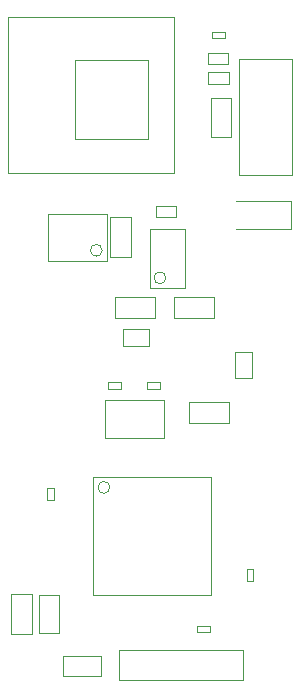
<source format=gbr>
%TF.GenerationSoftware,Altium Limited,Altium Designer,20.0.9 (164)*%
G04 Layer_Color=16711935*
%FSLAX26Y26*%
%MOIN*%
%TF.FileFunction,Other,Mechanical_13*%
%TF.Part,Single*%
G01*
G75*
%TA.AperFunction,NonConductor*%
%ADD107C,0.003937*%
D107*
X1368268Y1326417D02*
G03*
X1368268Y1326417I-19685J0D01*
G01*
X1555000Y2025000D02*
G03*
X1555000Y2025000I-19685J0D01*
G01*
X1342677Y2116693D02*
G03*
X1342677Y2116693I-19685J0D01*
G01*
X1132520Y841024D02*
X1197480D01*
X1132520Y968976D02*
X1197480D01*
Y841024D02*
Y968976D01*
X1132520Y841024D02*
Y968976D01*
X1212008Y696535D02*
Y763465D01*
X1337992Y696535D02*
Y763465D01*
X1212008D02*
X1337992D01*
X1212008Y696535D02*
X1337992D01*
X1788071Y2281063D02*
X1971929D01*
Y2188937D02*
Y2281063D01*
X1788071Y2188937D02*
X1971929D01*
X1039567Y971929D02*
X1110433D01*
X1039567Y838071D02*
X1110433D01*
X1039567D02*
Y971929D01*
X1110433Y838071D02*
Y971929D01*
X1633071Y1539567D02*
Y1610433D01*
X1766929Y1539567D02*
Y1610433D01*
X1633071Y1539567D02*
X1766929D01*
X1633071Y1610433D02*
X1766929D01*
X1440433Y2093071D02*
Y2226929D01*
X1369567Y2093071D02*
Y2226929D01*
Y2093071D02*
X1440433D01*
X1369567Y2226929D02*
X1440433D01*
X1384252Y1960433D02*
X1518110D01*
X1384252Y1889567D02*
X1518110D01*
Y1960433D01*
X1384252Y1889567D02*
Y1960433D01*
X1583071Y1889567D02*
X1716929D01*
X1583071Y1960433D02*
X1716929D01*
X1583071Y1889567D02*
Y1960433D01*
X1716929Y1889567D02*
Y1960433D01*
X1397520Y785000D02*
X1812480D01*
X1397520Y685000D02*
Y785000D01*
Y685000D02*
X1812480D01*
Y785000D01*
X1313150Y1361850D02*
X1706850D01*
X1313150Y968150D02*
X1706850D01*
X1313150D02*
Y1361850D01*
X1706850Y968150D02*
Y1361850D01*
X1521535Y2227284D02*
Y2262716D01*
X1588465Y2227284D02*
Y2262716D01*
X1521535Y2227284D02*
X1588465D01*
X1521535Y2262716D02*
X1588465D01*
X1493347Y1653189D02*
Y1676811D01*
X1536654Y1653189D02*
Y1676811D01*
X1493347Y1653189D02*
X1536654D01*
X1493347Y1676811D02*
X1536654D01*
X1406653Y1653189D02*
Y1676811D01*
X1363346Y1653189D02*
Y1676811D01*
X1406653D01*
X1363346Y1653189D02*
X1406653D01*
X1694567Y2670315D02*
X1765433D01*
X1694567Y2709685D02*
X1765433D01*
Y2670315D02*
Y2709685D01*
X1694567Y2670315D02*
Y2709685D01*
X1709331Y2824173D02*
X1750669D01*
X1709331Y2845827D02*
X1750669D01*
Y2824173D02*
Y2845827D01*
X1709331Y2824173D02*
Y2845827D01*
X1696535Y2737284D02*
Y2772716D01*
X1763465Y2737284D02*
Y2772716D01*
X1696535D02*
X1763465D01*
X1696535Y2737284D02*
X1763465D01*
X1786457Y1691693D02*
X1843543D01*
X1786457Y1778307D02*
X1843543D01*
Y1691693D02*
Y1778307D01*
X1786457Y1691693D02*
Y1778307D01*
X1411693Y1796457D02*
Y1853543D01*
X1498307Y1796457D02*
Y1853543D01*
X1411693Y1796457D02*
X1498307D01*
X1411693Y1853543D02*
X1498307D01*
X1180827Y1284331D02*
Y1325669D01*
X1159173Y1284331D02*
Y1325669D01*
Y1284331D02*
X1180827D01*
X1159173Y1325669D02*
X1180827D01*
X1824173Y1014331D02*
Y1055669D01*
X1845827Y1014331D02*
Y1055669D01*
X1824173D02*
X1845827D01*
X1824173Y1014331D02*
X1845827D01*
X1659331Y865827D02*
X1700669D01*
X1659331Y844173D02*
X1700669D01*
Y865827D01*
X1659331Y844173D02*
Y865827D01*
X1619055Y1991575D02*
Y2188425D01*
X1500945Y1991575D02*
Y2188425D01*
Y1991575D02*
X1619055D01*
X1500945Y2188425D02*
X1619055D01*
X1496772Y2488110D02*
Y2751890D01*
X1251890Y2488110D02*
Y2751890D01*
X1496772D01*
X1251890Y2488110D02*
X1496772D01*
X1351575Y1492008D02*
Y1617992D01*
X1548425Y1492008D02*
Y1617992D01*
X1351575D02*
X1548425D01*
X1351575Y1492008D02*
X1548425D01*
X1161575Y2081260D02*
Y2238740D01*
X1358425Y2081260D02*
Y2238740D01*
X1161575D02*
X1358425D01*
X1161575Y2081260D02*
X1358425D01*
X1798071Y2366039D02*
Y2755803D01*
X1975236D01*
X1798071Y2366039D02*
X1975236D01*
Y2755803D01*
X1581181Y2375158D02*
Y2894843D01*
X1028032Y2375158D02*
X1581181D01*
X1028032D02*
Y2894843D01*
X1581181D01*
X1706535Y2495039D02*
X1773465D01*
X1706535Y2624961D02*
X1773465D01*
X1706535Y2495039D02*
Y2624961D01*
X1773465Y2495039D02*
Y2624961D01*
%TF.MD5,8ca573a6318855c8078f7228a9233695*%
M02*

</source>
